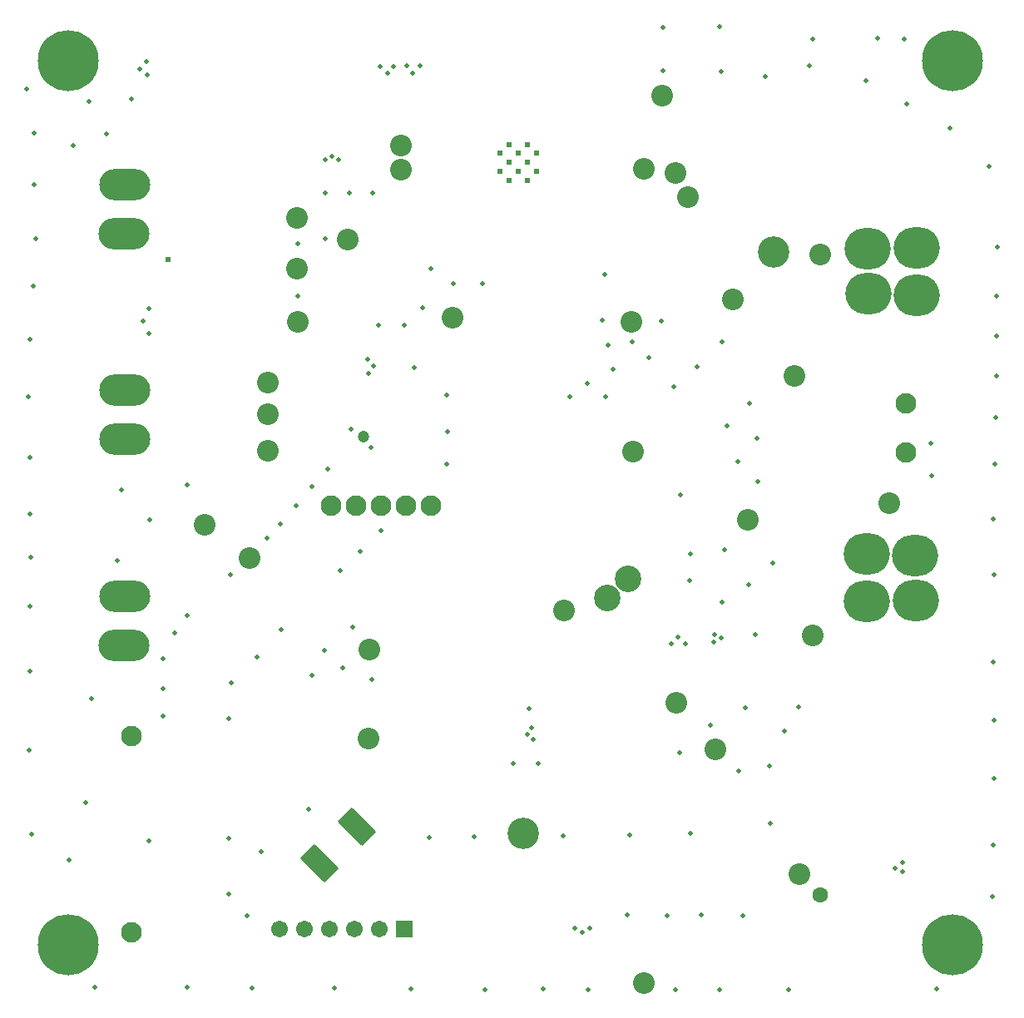
<source format=gbs>
G04*
G04 #@! TF.GenerationSoftware,Altium Limited,Altium Designer,22.9.1 (49)*
G04*
G04 Layer_Color=16711935*
%FSLAX25Y25*%
%MOIN*%
G70*
G04*
G04 #@! TF.SameCoordinates,F91FD0B8-2741-413C-87D7-DF85A8DA950D*
G04*
G04*
G04 #@! TF.FilePolarity,Negative*
G04*
G01*
G75*
%ADD77C,0.08268*%
%ADD78R,0.06706X0.06706*%
%ADD79C,0.06706*%
%ADD80C,0.02375*%
%ADD81O,0.20485X0.12611*%
%ADD82O,0.18517X0.16548*%
%ADD83C,0.01981*%
%ADD84C,0.06312*%
%ADD85C,0.24422*%
%ADD86C,0.08674*%
%ADD87C,0.04737*%
%ADD88C,0.12611*%
%ADD89C,0.10642*%
G04:AMPARAMS|DCode=115|XSize=82.8mil|YSize=140.68mil|CornerRadius=6.62mil|HoleSize=0mil|Usage=FLASHONLY|Rotation=45.000|XOffset=0mil|YOffset=0mil|HoleType=Round|Shape=RoundedRectangle|*
%AMROUNDEDRECTD115*
21,1,0.08280,0.12744,0,0,45.0*
21,1,0.06957,0.14068,0,0,45.0*
1,1,0.01324,0.06965,-0.02046*
1,1,0.01324,0.02046,-0.06965*
1,1,0.01324,-0.06965,0.02046*
1,1,0.01324,-0.02046,0.06965*
%
%ADD115ROUNDEDRECTD115*%
D77*
X45205Y103390D02*
D03*
Y24650D02*
D03*
X355382Y217142D02*
D03*
Y236827D02*
D03*
X165173Y195634D02*
D03*
X155173D02*
D03*
X145173D02*
D03*
X135173D02*
D03*
X125173D02*
D03*
D78*
X154413Y26055D02*
D03*
D79*
X144413D02*
D03*
X134413D02*
D03*
X124413D02*
D03*
X114413D02*
D03*
X104413D02*
D03*
D80*
X203776Y326043D02*
D03*
X196551D02*
D03*
X207388Y329656D02*
D03*
X200163D02*
D03*
X192939D02*
D03*
X203776Y333268D02*
D03*
X196551D02*
D03*
X207388Y336880D02*
D03*
X200163D02*
D03*
X192939D02*
D03*
X203776Y340492D02*
D03*
X196551D02*
D03*
X59728Y294236D02*
D03*
X373780Y364898D02*
D03*
X365079Y373839D02*
D03*
X374079Y382720D02*
D03*
X382953Y374193D02*
D03*
Y19862D02*
D03*
X28622Y374193D02*
D03*
X374079Y28390D02*
D03*
X365079Y19508D02*
D03*
X373780Y10567D02*
D03*
X19748Y382720D02*
D03*
X10748Y373839D02*
D03*
X19449Y364898D02*
D03*
Y10567D02*
D03*
X10748Y19508D02*
D03*
X19748Y28390D02*
D03*
X28390Y19626D02*
D03*
D81*
X42347Y159354D02*
D03*
X42189Y139630D02*
D03*
X42339Y222228D02*
D03*
X42496Y241953D02*
D03*
X42260Y304681D02*
D03*
X42417Y324406D02*
D03*
D82*
X340090Y298843D02*
D03*
X359776Y299039D02*
D03*
Y280142D02*
D03*
X340484Y280535D02*
D03*
X359413Y157539D02*
D03*
X339728Y157343D02*
D03*
Y176240D02*
D03*
X359020Y175847D02*
D03*
D83*
X354181Y49091D02*
D03*
X354276Y52791D02*
D03*
X351146Y50417D02*
D03*
X264213Y143142D02*
D03*
X266965Y140284D02*
D03*
X261496Y140272D02*
D03*
X290020Y31421D02*
D03*
X259846D02*
D03*
X141252Y218882D02*
D03*
X142098Y251724D02*
D03*
X139996Y248772D02*
D03*
X171555Y212516D02*
D03*
X28976Y118205D02*
D03*
X164319Y62590D02*
D03*
X182559Y63106D02*
D03*
X97016Y56941D02*
D03*
X234756Y288276D02*
D03*
X365543Y220595D02*
D03*
X365882Y207602D02*
D03*
X392224Y299205D02*
D03*
X391701Y279693D02*
D03*
X277035Y107839D02*
D03*
X264653Y96531D02*
D03*
X288342Y89264D02*
D03*
X306913Y105413D02*
D03*
X312299Y115106D02*
D03*
X291032Y114839D02*
D03*
X41024Y201969D02*
D03*
X39453Y173736D02*
D03*
X67425Y204193D02*
D03*
X52524Y189945D02*
D03*
X161661Y275177D02*
D03*
X165032Y290646D02*
D03*
X174232Y284543D02*
D03*
X185630Y284594D02*
D03*
X281854Y261496D02*
D03*
X271614Y251413D02*
D03*
X262390Y243441D02*
D03*
X227681Y244847D02*
D03*
X235264Y239453D02*
D03*
X220646Y239374D02*
D03*
X233858Y270173D02*
D03*
X257386Y269705D02*
D03*
X245740Y261421D02*
D03*
X252461Y255008D02*
D03*
X238079Y250476D02*
D03*
X236126Y260012D02*
D03*
X141488Y126020D02*
D03*
X117402Y127681D02*
D03*
X129740Y130768D02*
D03*
X122504Y137768D02*
D03*
X133689Y147079D02*
D03*
X91484Y31496D02*
D03*
X84016Y39898D02*
D03*
Y62295D02*
D03*
X116213Y73961D02*
D03*
X3213Y362642D02*
D03*
X21724Y340039D02*
D03*
X44969Y358551D02*
D03*
X27965Y357689D02*
D03*
X35067Y344776D02*
D03*
X122653Y302764D02*
D03*
X132429Y320917D02*
D03*
X141831D02*
D03*
X122653D02*
D03*
X158579Y250902D02*
D03*
X171721Y225480D02*
D03*
X171343Y240185D02*
D03*
X296153Y205224D02*
D03*
X283787Y227850D02*
D03*
X292681Y236744D02*
D03*
X295890Y222854D02*
D03*
X288142Y213504D02*
D03*
X265165Y199878D02*
D03*
X282736Y178150D02*
D03*
X301949Y172661D02*
D03*
X294996Y144118D02*
D03*
X281638Y156925D02*
D03*
X268831Y165709D02*
D03*
X269012Y176323D02*
D03*
X292433Y163878D02*
D03*
X300665Y91240D02*
D03*
X301217Y68366D02*
D03*
X218000Y63465D02*
D03*
X243937Y31539D02*
D03*
X244740Y63839D02*
D03*
X269272Y64441D02*
D03*
X273520Y31776D02*
D03*
X228768Y26449D02*
D03*
X222634Y26457D02*
D03*
X225709Y24563D02*
D03*
X198059Y92378D02*
D03*
X208024D02*
D03*
X204445Y114457D02*
D03*
X206232Y102047D02*
D03*
X205516Y106642D02*
D03*
X203665Y104134D02*
D03*
X139803Y254339D02*
D03*
X160843Y372146D02*
D03*
X155583D02*
D03*
X149949Y371713D02*
D03*
X144634Y371850D02*
D03*
X157823Y368953D02*
D03*
X147669D02*
D03*
X367905Y1886D02*
D03*
X308480Y1689D02*
D03*
X280842D02*
D03*
X263016D02*
D03*
X228213Y1705D02*
D03*
X210008Y1874D02*
D03*
X4303Y215051D02*
D03*
X3827Y239472D02*
D03*
X390724Y168189D02*
D03*
X258236Y369961D02*
D03*
X281319Y369685D02*
D03*
X339512Y366161D02*
D03*
X299000Y367681D02*
D03*
X316752Y372031D02*
D03*
X388874Y331748D02*
D03*
X373185Y346917D02*
D03*
X355716Y356539D02*
D03*
X354701Y382618D02*
D03*
X344020Y383035D02*
D03*
X318244Y382618D02*
D03*
X280787Y387677D02*
D03*
X258161Y387374D02*
D03*
X391657Y263547D02*
D03*
Y247783D02*
D03*
X391445Y230957D02*
D03*
X391161Y212213D02*
D03*
X390591Y190201D02*
D03*
X390335Y133035D02*
D03*
X390819Y109713D02*
D03*
X390614Y86232D02*
D03*
X390535Y59850D02*
D03*
X390213Y39051D02*
D03*
X52276Y61319D02*
D03*
X4209Y97693D02*
D03*
X4303Y129402D02*
D03*
X4339Y155354D02*
D03*
X4654Y175169D02*
D03*
X4303Y192433D02*
D03*
Y262280D02*
D03*
X5713Y283563D02*
D03*
X6780Y302760D02*
D03*
X6071Y324236D02*
D03*
X6055Y345165D02*
D03*
X93327Y2374D02*
D03*
X186917Y1791D02*
D03*
X67532Y2772D02*
D03*
X30476Y2626D02*
D03*
X157224Y2173D02*
D03*
X126567Y2276D02*
D03*
X26874Y76587D02*
D03*
X20165Y53614D02*
D03*
X5075Y64153D02*
D03*
X84071Y110508D02*
D03*
X85028Y124752D02*
D03*
X95362Y135087D02*
D03*
X105004Y145902D02*
D03*
X128898Y169772D02*
D03*
X136736Y177465D02*
D03*
X145031Y185531D02*
D03*
X133228Y226307D02*
D03*
X154445Y267917D02*
D03*
X144244D02*
D03*
X128213Y334221D02*
D03*
X122634D02*
D03*
X125465Y335831D02*
D03*
X67402Y151618D02*
D03*
X62468Y144673D02*
D03*
X57902Y134260D02*
D03*
X57721Y122382D02*
D03*
Y111421D02*
D03*
X84760Y168063D02*
D03*
X99378Y182862D02*
D03*
X104858Y188342D02*
D03*
X111071Y195835D02*
D03*
X117283Y203508D02*
D03*
X123681Y210268D02*
D03*
X49862Y269626D02*
D03*
X52157Y274590D02*
D03*
Y264799D02*
D03*
X51559Y368311D02*
D03*
X51268Y373823D02*
D03*
X48370Y370850D02*
D03*
X111665Y300716D02*
D03*
X111835Y279795D02*
D03*
X382953Y374193D02*
D03*
X374079Y382720D02*
D03*
X365079Y373839D02*
D03*
X373780Y364898D02*
D03*
X281413Y142661D02*
D03*
X278669Y143925D02*
D03*
X278583Y140965D02*
D03*
D84*
X321126Y39760D02*
D03*
D85*
X374016Y374016D02*
D03*
X19685Y19685D02*
D03*
Y374016D02*
D03*
X374016Y19685D02*
D03*
D86*
X250362Y4417D02*
D03*
X348646Y196799D02*
D03*
X246134Y217276D02*
D03*
X263394Y116654D02*
D03*
X312736Y47949D02*
D03*
X173933Y270878D02*
D03*
X245280Y269256D02*
D03*
X321122Y296429D02*
D03*
X278992Y97980D02*
D03*
X292004Y189961D02*
D03*
X218398Y153811D02*
D03*
X140563Y138075D02*
D03*
X92398Y174740D02*
D03*
X74594Y187906D02*
D03*
X153150Y330224D02*
D03*
X153091Y340012D02*
D03*
X257933Y360063D02*
D03*
X250567Y330602D02*
D03*
X263024Y329020D02*
D03*
X268146Y319472D02*
D03*
X310791Y247598D02*
D03*
X111489Y311043D02*
D03*
X111606Y290787D02*
D03*
X111835Y269378D02*
D03*
X318098Y143736D02*
D03*
X139976Y102347D02*
D03*
X286130Y278504D02*
D03*
X99945Y244937D02*
D03*
X99921Y232272D02*
D03*
X99945Y217606D02*
D03*
X131689Y302445D02*
D03*
D87*
X138272Y223461D02*
D03*
D88*
X201957Y64417D02*
D03*
X302528Y297335D02*
D03*
D89*
X235635Y158651D02*
D03*
X244039Y166209D02*
D03*
D115*
X120520Y52209D02*
D03*
X135330Y67019D02*
D03*
M02*

</source>
